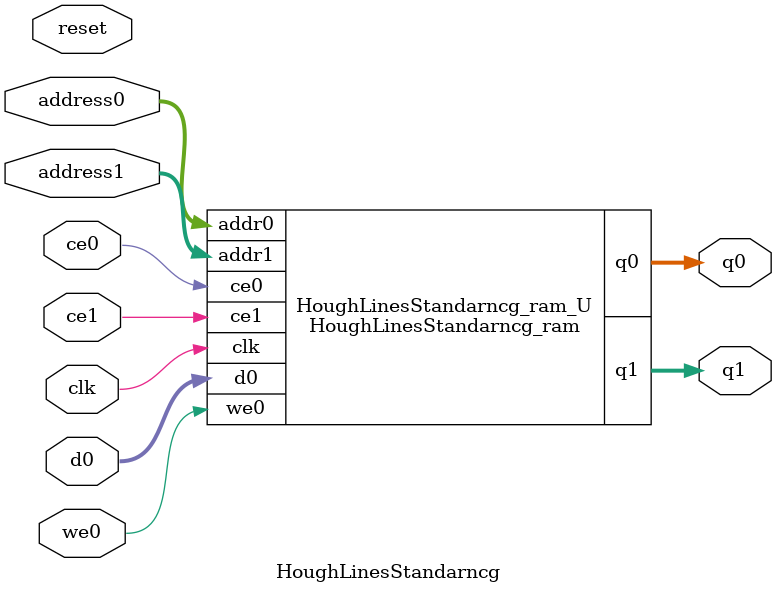
<source format=v>

`timescale 1 ns / 1 ps
module HoughLinesStandarncg_ram (addr0, ce0, d0, we0, q0, addr1, ce1, q1,  clk);

parameter DWIDTH = 32;
parameter AWIDTH = 18;
parameter MEM_SIZE = 204386;

input[AWIDTH-1:0] addr0;
input ce0;
input[DWIDTH-1:0] d0;
input we0;
output reg[DWIDTH-1:0] q0;
input[AWIDTH-1:0] addr1;
input ce1;
output reg[DWIDTH-1:0] q1;
input clk;

(* ram_style = "block" *)reg [DWIDTH-1:0] ram[0:MEM_SIZE-1];




always @(posedge clk)  
begin 
    if (ce0) 
    begin
        if (we0) 
        begin 
            ram[addr0] <= d0; 
            q0 <= d0;
        end 
        else 
            q0 <= ram[addr0];
    end
end


always @(posedge clk)  
begin 
    if (ce1) 
    begin
            q1 <= ram[addr1];
    end
end


endmodule


`timescale 1 ns / 1 ps
module HoughLinesStandarncg(
    reset,
    clk,
    address0,
    ce0,
    we0,
    d0,
    q0,
    address1,
    ce1,
    q1);

parameter DataWidth = 32'd32;
parameter AddressRange = 32'd204386;
parameter AddressWidth = 32'd18;
input reset;
input clk;
input[AddressWidth - 1:0] address0;
input ce0;
input we0;
input[DataWidth - 1:0] d0;
output[DataWidth - 1:0] q0;
input[AddressWidth - 1:0] address1;
input ce1;
output[DataWidth - 1:0] q1;



HoughLinesStandarncg_ram HoughLinesStandarncg_ram_U(
    .clk( clk ),
    .addr0( address0 ),
    .ce0( ce0 ),
    .we0( we0 ),
    .d0( d0 ),
    .q0( q0 ),
    .addr1( address1 ),
    .ce1( ce1 ),
    .q1( q1 ));

endmodule


</source>
